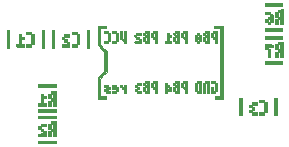
<source format=gbr>
G04 #@! TF.FileFunction,Legend,Bot*
%FSLAX46Y46*%
G04 Gerber Fmt 4.6, Leading zero omitted, Abs format (unit mm)*
G04 Created by KiCad (PCBNEW 4.0.7-e0-6372~58~ubuntu16.04.1) date Wed Aug  1 16:39:32 2018*
%MOMM*%
%LPD*%
G01*
G04 APERTURE LIST*
%ADD10C,0.100000*%
%ADD11C,0.010000*%
G04 APERTURE END LIST*
D10*
D11*
G36*
X78083833Y-67902666D02*
X76623333Y-67902666D01*
X76623333Y-67691000D01*
X78083833Y-67691000D01*
X78083833Y-67902666D01*
X78083833Y-67902666D01*
G37*
X78083833Y-67902666D02*
X76623333Y-67902666D01*
X76623333Y-67691000D01*
X78083833Y-67691000D01*
X78083833Y-67902666D01*
G36*
X76813833Y-66653833D02*
X77025500Y-66653833D01*
X77025500Y-66865500D01*
X77237166Y-66865500D01*
X77237166Y-67267666D01*
X76599847Y-67267666D01*
X76606298Y-67167125D01*
X76612750Y-67066583D01*
X77025500Y-67054467D01*
X77025500Y-66867819D01*
X76924958Y-66861368D01*
X76824416Y-66854916D01*
X76818010Y-66755489D01*
X76811604Y-66656061D01*
X76712177Y-66649655D01*
X76612750Y-66643250D01*
X76606298Y-66542708D01*
X76599847Y-66442166D01*
X76813833Y-66442166D01*
X76813833Y-66653833D01*
X76813833Y-66653833D01*
G37*
X76813833Y-66653833D02*
X77025500Y-66653833D01*
X77025500Y-66865500D01*
X77237166Y-66865500D01*
X77237166Y-67267666D01*
X76599847Y-67267666D01*
X76606298Y-67167125D01*
X76612750Y-67066583D01*
X77025500Y-67054467D01*
X77025500Y-66867819D01*
X76924958Y-66861368D01*
X76824416Y-66854916D01*
X76818010Y-66755489D01*
X76811604Y-66656061D01*
X76712177Y-66649655D01*
X76612750Y-66643250D01*
X76606298Y-66542708D01*
X76599847Y-66442166D01*
X76813833Y-66442166D01*
X76813833Y-66653833D01*
G36*
X77237166Y-66442166D02*
X76813833Y-66442166D01*
X76813833Y-66230500D01*
X77237166Y-66230500D01*
X77237166Y-66442166D01*
X77237166Y-66442166D01*
G37*
X77237166Y-66442166D02*
X76813833Y-66442166D01*
X76813833Y-66230500D01*
X77237166Y-66230500D01*
X77237166Y-66442166D01*
G36*
X77660500Y-66653833D02*
X77448833Y-66653833D01*
X77448833Y-66230500D01*
X77660500Y-66230500D01*
X77660500Y-66653833D01*
X77872166Y-66653833D01*
X77872166Y-66230500D01*
X77660500Y-66230500D01*
X77660500Y-66018833D01*
X78083833Y-66018833D01*
X78083833Y-67267666D01*
X77872166Y-67267666D01*
X77872166Y-66865500D01*
X77660500Y-66865500D01*
X77660500Y-66653833D01*
X77660500Y-66653833D01*
G37*
X77660500Y-66653833D02*
X77448833Y-66653833D01*
X77448833Y-66230500D01*
X77660500Y-66230500D01*
X77660500Y-66653833D01*
X77872166Y-66653833D01*
X77872166Y-66230500D01*
X77660500Y-66230500D01*
X77660500Y-66018833D01*
X78083833Y-66018833D01*
X78083833Y-67267666D01*
X77872166Y-67267666D01*
X77872166Y-66865500D01*
X77660500Y-66865500D01*
X77660500Y-66653833D01*
G36*
X77660500Y-67267666D02*
X77448833Y-67267666D01*
X77448833Y-66865500D01*
X77660500Y-66865500D01*
X77660500Y-67267666D01*
X77660500Y-67267666D01*
G37*
X77660500Y-67267666D02*
X77448833Y-67267666D01*
X77448833Y-66865500D01*
X77660500Y-66865500D01*
X77660500Y-67267666D01*
G36*
X78083833Y-65786000D02*
X76623333Y-65786000D01*
X76623333Y-65574333D01*
X78083833Y-65574333D01*
X78083833Y-65786000D01*
X78083833Y-65786000D01*
G37*
X78083833Y-65786000D02*
X76623333Y-65786000D01*
X76623333Y-65574333D01*
X78083833Y-65574333D01*
X78083833Y-65786000D01*
G36*
X93853000Y-65532000D02*
X93641333Y-65532000D01*
X93641333Y-64050333D01*
X93853000Y-64050333D01*
X93853000Y-65532000D01*
X93853000Y-65532000D01*
G37*
X93853000Y-65532000D02*
X93641333Y-65532000D01*
X93641333Y-64050333D01*
X93853000Y-64050333D01*
X93853000Y-65532000D01*
G36*
X96795166Y-65532000D02*
X96583500Y-65532000D01*
X96583500Y-64050333D01*
X96795166Y-64050333D01*
X96795166Y-65532000D01*
X96795166Y-65532000D01*
G37*
X96795166Y-65532000D02*
X96583500Y-65532000D01*
X96583500Y-64050333D01*
X96795166Y-64050333D01*
X96795166Y-65532000D01*
G36*
X94900750Y-65055750D02*
X94699666Y-65068652D01*
X94699666Y-65255300D01*
X95112416Y-65267416D01*
X95118868Y-65367958D01*
X95125319Y-65468500D01*
X94699666Y-65468500D01*
X94699666Y-65256833D01*
X94488000Y-65256833D01*
X94488000Y-65066333D01*
X94699666Y-65066333D01*
X94699666Y-64854666D01*
X94913652Y-64854666D01*
X94900750Y-65055750D01*
X94900750Y-65055750D01*
G37*
X94900750Y-65055750D02*
X94699666Y-65068652D01*
X94699666Y-65255300D01*
X95112416Y-65267416D01*
X95118868Y-65367958D01*
X95125319Y-65468500D01*
X94699666Y-65468500D01*
X94699666Y-65256833D01*
X94488000Y-65256833D01*
X94488000Y-65066333D01*
X94699666Y-65066333D01*
X94699666Y-64854666D01*
X94913652Y-64854666D01*
X94900750Y-65055750D01*
G36*
X94699666Y-64854666D02*
X94488000Y-64854666D01*
X94488000Y-64643000D01*
X94699666Y-64643000D01*
X94699666Y-64854666D01*
X94699666Y-64854666D01*
G37*
X94699666Y-64854666D02*
X94488000Y-64854666D01*
X94488000Y-64643000D01*
X94699666Y-64643000D01*
X94699666Y-64854666D01*
G36*
X95123000Y-64643000D02*
X94699666Y-64643000D01*
X94699666Y-64431333D01*
X95123000Y-64431333D01*
X95123000Y-64643000D01*
X95123000Y-64643000D01*
G37*
X95123000Y-64643000D02*
X94699666Y-64643000D01*
X94699666Y-64431333D01*
X95123000Y-64431333D01*
X95123000Y-64643000D01*
G36*
X95736833Y-65468500D02*
X95334666Y-65468500D01*
X95334666Y-65256833D01*
X95736833Y-65256833D01*
X95736833Y-65468500D01*
X95736833Y-65468500D01*
G37*
X95736833Y-65468500D02*
X95334666Y-65468500D01*
X95334666Y-65256833D01*
X95736833Y-65256833D01*
X95736833Y-65468500D01*
G36*
X95948500Y-65256833D02*
X95736833Y-65256833D01*
X95736833Y-64431333D01*
X95948500Y-64431333D01*
X95948500Y-65256833D01*
X95948500Y-65256833D01*
G37*
X95948500Y-65256833D02*
X95736833Y-65256833D01*
X95736833Y-64431333D01*
X95948500Y-64431333D01*
X95948500Y-65256833D01*
G36*
X95736833Y-64431333D02*
X95334666Y-64431333D01*
X95334666Y-64219666D01*
X95736833Y-64219666D01*
X95736833Y-64431333D01*
X95736833Y-64431333D01*
G37*
X95736833Y-64431333D02*
X95334666Y-64431333D01*
X95334666Y-64219666D01*
X95736833Y-64219666D01*
X95736833Y-64431333D01*
G36*
X78083833Y-65235666D02*
X76623333Y-65235666D01*
X76623333Y-65024000D01*
X78083833Y-65024000D01*
X78083833Y-65235666D01*
X78083833Y-65235666D01*
G37*
X78083833Y-65235666D02*
X76623333Y-65235666D01*
X76623333Y-65024000D01*
X78083833Y-65024000D01*
X78083833Y-65235666D01*
G36*
X77025500Y-63881000D02*
X77237166Y-63881000D01*
X77237166Y-64092666D01*
X77025500Y-64092666D01*
X77025500Y-64516000D01*
X77237166Y-64516000D01*
X77237166Y-64727666D01*
X76602166Y-64727666D01*
X76602166Y-64516000D01*
X76813833Y-64516000D01*
X76813833Y-63690500D01*
X77025500Y-63690500D01*
X77025500Y-63881000D01*
X77025500Y-63881000D01*
G37*
X77025500Y-63881000D02*
X77237166Y-63881000D01*
X77237166Y-64092666D01*
X77025500Y-64092666D01*
X77025500Y-64516000D01*
X77237166Y-64516000D01*
X77237166Y-64727666D01*
X76602166Y-64727666D01*
X76602166Y-64516000D01*
X76813833Y-64516000D01*
X76813833Y-63690500D01*
X77025500Y-63690500D01*
X77025500Y-63881000D01*
G36*
X77660500Y-64092666D02*
X77448833Y-64092666D01*
X77448833Y-63690500D01*
X77660500Y-63690500D01*
X77660500Y-64092666D01*
X77872166Y-64092666D01*
X77872166Y-63690500D01*
X77660500Y-63690500D01*
X77660500Y-63478833D01*
X78083833Y-63478833D01*
X78083833Y-64727666D01*
X77872166Y-64727666D01*
X77872166Y-64304333D01*
X77660500Y-64304333D01*
X77660500Y-64092666D01*
X77660500Y-64092666D01*
G37*
X77660500Y-64092666D02*
X77448833Y-64092666D01*
X77448833Y-63690500D01*
X77660500Y-63690500D01*
X77660500Y-64092666D01*
X77872166Y-64092666D01*
X77872166Y-63690500D01*
X77660500Y-63690500D01*
X77660500Y-63478833D01*
X78083833Y-63478833D01*
X78083833Y-64727666D01*
X77872166Y-64727666D01*
X77872166Y-64304333D01*
X77660500Y-64304333D01*
X77660500Y-64092666D01*
G36*
X77660500Y-64727666D02*
X77448833Y-64727666D01*
X77448833Y-64304333D01*
X77660500Y-64304333D01*
X77660500Y-64727666D01*
X77660500Y-64727666D01*
G37*
X77660500Y-64727666D02*
X77448833Y-64727666D01*
X77448833Y-64304333D01*
X77660500Y-64304333D01*
X77660500Y-64727666D01*
G36*
X82359500Y-58144833D02*
X81851500Y-58144833D01*
X81851500Y-59505504D01*
X82126666Y-59796625D01*
X82401833Y-60087746D01*
X82401833Y-61860194D01*
X82126666Y-62134750D01*
X81851500Y-62409305D01*
X81851500Y-63923333D01*
X82359500Y-63923333D01*
X82359500Y-64113833D01*
X81639833Y-64113833D01*
X81639833Y-62317842D01*
X82211333Y-61776882D01*
X82211333Y-60181477D01*
X81641467Y-59573583D01*
X81639833Y-57954333D01*
X82359500Y-57954333D01*
X82359500Y-58144833D01*
X82359500Y-58144833D01*
G37*
X82359500Y-58144833D02*
X81851500Y-58144833D01*
X81851500Y-59505504D01*
X82126666Y-59796625D01*
X82401833Y-60087746D01*
X82401833Y-61860194D01*
X82126666Y-62134750D01*
X81851500Y-62409305D01*
X81851500Y-63923333D01*
X82359500Y-63923333D01*
X82359500Y-64113833D01*
X81639833Y-64113833D01*
X81639833Y-62317842D01*
X82211333Y-61776882D01*
X82211333Y-60181477D01*
X81641467Y-59573583D01*
X81639833Y-57954333D01*
X82359500Y-57954333D01*
X82359500Y-58144833D01*
G36*
X92223166Y-64113833D02*
X91567000Y-64113833D01*
X91567000Y-63923333D01*
X92032817Y-63923333D01*
X92027450Y-61039375D01*
X92022083Y-58155416D01*
X91762791Y-58149473D01*
X91503500Y-58143530D01*
X91503500Y-57954333D01*
X92223166Y-57954333D01*
X92223166Y-64113833D01*
X92223166Y-64113833D01*
G37*
X92223166Y-64113833D02*
X91567000Y-64113833D01*
X91567000Y-63923333D01*
X92032817Y-63923333D01*
X92027450Y-61039375D01*
X92022083Y-58155416D01*
X91762791Y-58149473D01*
X91503500Y-58143530D01*
X91503500Y-57954333D01*
X92223166Y-57954333D01*
X92223166Y-64113833D01*
G36*
X82507666Y-63034333D02*
X82509703Y-63088526D01*
X82523960Y-63112607D01*
X82562659Y-63118796D01*
X82592333Y-63119000D01*
X82646526Y-63121036D01*
X82670607Y-63135294D01*
X82676796Y-63173992D01*
X82677000Y-63203666D01*
X82674963Y-63257860D01*
X82660705Y-63281941D01*
X82622007Y-63288129D01*
X82592333Y-63288333D01*
X82507666Y-63288333D01*
X82507666Y-63478833D01*
X82592333Y-63478833D01*
X82646526Y-63480870D01*
X82670607Y-63495127D01*
X82676796Y-63533825D01*
X82677000Y-63563500D01*
X82677000Y-63648166D01*
X82511194Y-63648166D01*
X82431108Y-63646478D01*
X82368240Y-63642005D01*
X82333893Y-63635633D01*
X82331277Y-63634055D01*
X82321519Y-63604945D01*
X82317180Y-63553727D01*
X82317166Y-63550666D01*
X82313499Y-63504904D01*
X82294152Y-63483860D01*
X82246608Y-63475575D01*
X82237791Y-63474819D01*
X82186934Y-63468014D01*
X82164358Y-63450198D01*
X82158589Y-63408182D01*
X82158416Y-63383583D01*
X82160850Y-63329134D01*
X82175800Y-63303816D01*
X82214743Y-63294439D01*
X82237791Y-63292347D01*
X82288921Y-63285438D01*
X82311419Y-63267323D01*
X82317023Y-63224697D01*
X82317166Y-63202388D01*
X82315075Y-63149013D01*
X82300655Y-63125295D01*
X82261685Y-63119200D01*
X82232500Y-63119000D01*
X82178306Y-63116963D01*
X82154225Y-63102705D01*
X82148036Y-63064007D01*
X82147833Y-63034333D01*
X82147833Y-62949666D01*
X82507666Y-62949666D01*
X82507666Y-63034333D01*
X82507666Y-63034333D01*
G37*
X82507666Y-63034333D02*
X82509703Y-63088526D01*
X82523960Y-63112607D01*
X82562659Y-63118796D01*
X82592333Y-63119000D01*
X82646526Y-63121036D01*
X82670607Y-63135294D01*
X82676796Y-63173992D01*
X82677000Y-63203666D01*
X82674963Y-63257860D01*
X82660705Y-63281941D01*
X82622007Y-63288129D01*
X82592333Y-63288333D01*
X82507666Y-63288333D01*
X82507666Y-63478833D01*
X82592333Y-63478833D01*
X82646526Y-63480870D01*
X82670607Y-63495127D01*
X82676796Y-63533825D01*
X82677000Y-63563500D01*
X82677000Y-63648166D01*
X82511194Y-63648166D01*
X82431108Y-63646478D01*
X82368240Y-63642005D01*
X82333893Y-63635633D01*
X82331277Y-63634055D01*
X82321519Y-63604945D01*
X82317180Y-63553727D01*
X82317166Y-63550666D01*
X82313499Y-63504904D01*
X82294152Y-63483860D01*
X82246608Y-63475575D01*
X82237791Y-63474819D01*
X82186934Y-63468014D01*
X82164358Y-63450198D01*
X82158589Y-63408182D01*
X82158416Y-63383583D01*
X82160850Y-63329134D01*
X82175800Y-63303816D01*
X82214743Y-63294439D01*
X82237791Y-63292347D01*
X82288921Y-63285438D01*
X82311419Y-63267323D01*
X82317023Y-63224697D01*
X82317166Y-63202388D01*
X82315075Y-63149013D01*
X82300655Y-63125295D01*
X82261685Y-63119200D01*
X82232500Y-63119000D01*
X82178306Y-63116963D01*
X82154225Y-63102705D01*
X82148036Y-63064007D01*
X82147833Y-63034333D01*
X82147833Y-62949666D01*
X82507666Y-62949666D01*
X82507666Y-63034333D01*
G36*
X83185000Y-63034333D02*
X83187036Y-63088526D01*
X83201294Y-63112607D01*
X83239992Y-63118796D01*
X83269666Y-63119000D01*
X83354333Y-63119000D01*
X83354333Y-63478833D01*
X83269666Y-63478833D01*
X83215473Y-63480870D01*
X83191392Y-63495127D01*
X83185203Y-63533825D01*
X83185000Y-63563500D01*
X83185000Y-63648166D01*
X82846333Y-63648166D01*
X82846333Y-63478833D01*
X83185000Y-63478833D01*
X83185000Y-63288333D01*
X82846333Y-63288333D01*
X82846333Y-62949666D01*
X83185000Y-62949666D01*
X83185000Y-63034333D01*
X83185000Y-63034333D01*
G37*
X83185000Y-63034333D02*
X83187036Y-63088526D01*
X83201294Y-63112607D01*
X83239992Y-63118796D01*
X83269666Y-63119000D01*
X83354333Y-63119000D01*
X83354333Y-63478833D01*
X83269666Y-63478833D01*
X83215473Y-63480870D01*
X83191392Y-63495127D01*
X83185203Y-63533825D01*
X83185000Y-63563500D01*
X83185000Y-63648166D01*
X82846333Y-63648166D01*
X82846333Y-63478833D01*
X83185000Y-63478833D01*
X83185000Y-63288333D01*
X82846333Y-63288333D01*
X82846333Y-62949666D01*
X83185000Y-62949666D01*
X83185000Y-63034333D01*
G36*
X84052833Y-63648166D02*
X83885212Y-63648166D01*
X83872916Y-63298916D01*
X83793541Y-63292347D01*
X83742411Y-63285438D01*
X83719914Y-63267323D01*
X83714309Y-63224697D01*
X83714166Y-63202388D01*
X83714166Y-63119000D01*
X83521111Y-63119000D01*
X83527680Y-63039625D01*
X83534485Y-62988767D01*
X83552301Y-62966192D01*
X83594317Y-62960422D01*
X83618916Y-62960250D01*
X83673365Y-62962683D01*
X83698683Y-62977634D01*
X83708060Y-63016576D01*
X83710152Y-63039625D01*
X83717061Y-63090755D01*
X83735176Y-63113252D01*
X83777802Y-63118856D01*
X83800111Y-63119000D01*
X83853486Y-63116908D01*
X83877204Y-63102488D01*
X83883299Y-63063519D01*
X83883500Y-63034333D01*
X83885536Y-62980139D01*
X83899794Y-62956058D01*
X83938492Y-62949870D01*
X83968166Y-62949666D01*
X84052833Y-62949666D01*
X84052833Y-63648166D01*
X84052833Y-63648166D01*
G37*
X84052833Y-63648166D02*
X83885212Y-63648166D01*
X83872916Y-63298916D01*
X83793541Y-63292347D01*
X83742411Y-63285438D01*
X83719914Y-63267323D01*
X83714309Y-63224697D01*
X83714166Y-63202388D01*
X83714166Y-63119000D01*
X83521111Y-63119000D01*
X83527680Y-63039625D01*
X83534485Y-62988767D01*
X83552301Y-62966192D01*
X83594317Y-62960422D01*
X83618916Y-62960250D01*
X83673365Y-62962683D01*
X83698683Y-62977634D01*
X83708060Y-63016576D01*
X83710152Y-63039625D01*
X83717061Y-63090755D01*
X83735176Y-63113252D01*
X83777802Y-63118856D01*
X83800111Y-63119000D01*
X83853486Y-63116908D01*
X83877204Y-63102488D01*
X83883299Y-63063519D01*
X83883500Y-63034333D01*
X83885536Y-62980139D01*
X83899794Y-62956058D01*
X83938492Y-62949870D01*
X83968166Y-62949666D01*
X84052833Y-62949666D01*
X84052833Y-63648166D01*
G36*
X85301666Y-62949666D02*
X84963000Y-62949666D01*
X84963000Y-63034333D01*
X84965036Y-63088526D01*
X84979294Y-63112607D01*
X85017992Y-63118796D01*
X85047666Y-63119000D01*
X85101860Y-63121036D01*
X85125941Y-63135294D01*
X85132129Y-63173992D01*
X85132333Y-63203666D01*
X85130296Y-63257860D01*
X85116039Y-63281941D01*
X85077340Y-63288129D01*
X85047666Y-63288333D01*
X84963000Y-63288333D01*
X84963000Y-63478833D01*
X85301666Y-63478833D01*
X85301666Y-63648166D01*
X84963000Y-63648166D01*
X84963000Y-63563500D01*
X84960963Y-63509306D01*
X84946705Y-63485225D01*
X84908007Y-63479036D01*
X84878333Y-63478833D01*
X84793666Y-63478833D01*
X84793666Y-63288333D01*
X84878333Y-63288333D01*
X84932526Y-63286296D01*
X84956607Y-63272039D01*
X84962796Y-63233340D01*
X84963000Y-63203666D01*
X84960963Y-63149473D01*
X84946705Y-63125392D01*
X84908007Y-63119203D01*
X84878333Y-63119000D01*
X84824139Y-63116963D01*
X84800058Y-63102705D01*
X84793870Y-63064007D01*
X84793666Y-63034333D01*
X84795703Y-62980139D01*
X84809960Y-62956058D01*
X84848659Y-62949870D01*
X84878333Y-62949666D01*
X84932526Y-62947629D01*
X84956607Y-62933372D01*
X84962796Y-62894674D01*
X84963000Y-62865000D01*
X84963000Y-62780333D01*
X85301666Y-62780333D01*
X85301666Y-62949666D01*
X85301666Y-62949666D01*
G37*
X85301666Y-62949666D02*
X84963000Y-62949666D01*
X84963000Y-63034333D01*
X84965036Y-63088526D01*
X84979294Y-63112607D01*
X85017992Y-63118796D01*
X85047666Y-63119000D01*
X85101860Y-63121036D01*
X85125941Y-63135294D01*
X85132129Y-63173992D01*
X85132333Y-63203666D01*
X85130296Y-63257860D01*
X85116039Y-63281941D01*
X85077340Y-63288129D01*
X85047666Y-63288333D01*
X84963000Y-63288333D01*
X84963000Y-63478833D01*
X85301666Y-63478833D01*
X85301666Y-63648166D01*
X84963000Y-63648166D01*
X84963000Y-63563500D01*
X84960963Y-63509306D01*
X84946705Y-63485225D01*
X84908007Y-63479036D01*
X84878333Y-63478833D01*
X84793666Y-63478833D01*
X84793666Y-63288333D01*
X84878333Y-63288333D01*
X84932526Y-63286296D01*
X84956607Y-63272039D01*
X84962796Y-63233340D01*
X84963000Y-63203666D01*
X84960963Y-63149473D01*
X84946705Y-63125392D01*
X84908007Y-63119203D01*
X84878333Y-63119000D01*
X84824139Y-63116963D01*
X84800058Y-63102705D01*
X84793870Y-63064007D01*
X84793666Y-63034333D01*
X84795703Y-62980139D01*
X84809960Y-62956058D01*
X84848659Y-62949870D01*
X84878333Y-62949666D01*
X84932526Y-62947629D01*
X84956607Y-62933372D01*
X84962796Y-62894674D01*
X84963000Y-62865000D01*
X84963000Y-62780333D01*
X85301666Y-62780333D01*
X85301666Y-62949666D01*
G36*
X86000166Y-63648166D02*
X85661500Y-63648166D01*
X85661500Y-63563500D01*
X85659463Y-63509306D01*
X85645205Y-63485225D01*
X85606507Y-63479036D01*
X85576833Y-63478833D01*
X85492166Y-63478833D01*
X85492166Y-63119000D01*
X85576833Y-63119000D01*
X85661500Y-63119000D01*
X85661500Y-63481388D01*
X85820250Y-63468250D01*
X85826397Y-63293625D01*
X85832545Y-63119000D01*
X85661500Y-63119000D01*
X85576833Y-63119000D01*
X85631026Y-63116963D01*
X85655107Y-63102705D01*
X85661296Y-63064007D01*
X85661500Y-63034333D01*
X85659463Y-62980139D01*
X85645205Y-62956058D01*
X85606507Y-62949870D01*
X85576833Y-62949666D01*
X85522639Y-62947629D01*
X85498558Y-62933372D01*
X85492370Y-62894674D01*
X85492166Y-62865000D01*
X85661500Y-62865000D01*
X85663536Y-62919193D01*
X85677794Y-62943274D01*
X85716492Y-62949463D01*
X85746166Y-62949666D01*
X85800360Y-62947629D01*
X85824441Y-62933372D01*
X85830629Y-62894674D01*
X85830833Y-62865000D01*
X85828796Y-62810806D01*
X85814539Y-62786725D01*
X85775840Y-62780536D01*
X85746166Y-62780333D01*
X85691973Y-62782370D01*
X85667892Y-62796627D01*
X85661703Y-62835325D01*
X85661500Y-62865000D01*
X85492166Y-62865000D01*
X85494203Y-62810806D01*
X85508460Y-62786725D01*
X85547159Y-62780536D01*
X85576833Y-62780333D01*
X85631026Y-62778296D01*
X85655107Y-62764039D01*
X85661296Y-62725340D01*
X85661500Y-62695666D01*
X85661500Y-62611000D01*
X86000166Y-62611000D01*
X86000166Y-63648166D01*
X86000166Y-63648166D01*
G37*
X86000166Y-63648166D02*
X85661500Y-63648166D01*
X85661500Y-63563500D01*
X85659463Y-63509306D01*
X85645205Y-63485225D01*
X85606507Y-63479036D01*
X85576833Y-63478833D01*
X85492166Y-63478833D01*
X85492166Y-63119000D01*
X85576833Y-63119000D01*
X85661500Y-63119000D01*
X85661500Y-63481388D01*
X85820250Y-63468250D01*
X85826397Y-63293625D01*
X85832545Y-63119000D01*
X85661500Y-63119000D01*
X85576833Y-63119000D01*
X85631026Y-63116963D01*
X85655107Y-63102705D01*
X85661296Y-63064007D01*
X85661500Y-63034333D01*
X85659463Y-62980139D01*
X85645205Y-62956058D01*
X85606507Y-62949870D01*
X85576833Y-62949666D01*
X85522639Y-62947629D01*
X85498558Y-62933372D01*
X85492370Y-62894674D01*
X85492166Y-62865000D01*
X85661500Y-62865000D01*
X85663536Y-62919193D01*
X85677794Y-62943274D01*
X85716492Y-62949463D01*
X85746166Y-62949666D01*
X85800360Y-62947629D01*
X85824441Y-62933372D01*
X85830629Y-62894674D01*
X85830833Y-62865000D01*
X85828796Y-62810806D01*
X85814539Y-62786725D01*
X85775840Y-62780536D01*
X85746166Y-62780333D01*
X85691973Y-62782370D01*
X85667892Y-62796627D01*
X85661703Y-62835325D01*
X85661500Y-62865000D01*
X85492166Y-62865000D01*
X85494203Y-62810806D01*
X85508460Y-62786725D01*
X85547159Y-62780536D01*
X85576833Y-62780333D01*
X85631026Y-62778296D01*
X85655107Y-62764039D01*
X85661296Y-62725340D01*
X85661500Y-62695666D01*
X85661500Y-62611000D01*
X86000166Y-62611000D01*
X86000166Y-63648166D01*
G36*
X86677500Y-63648166D02*
X86606944Y-63648166D01*
X86554643Y-63644294D01*
X86523233Y-63634888D01*
X86522277Y-63634055D01*
X86515605Y-63607548D01*
X86510635Y-63550019D01*
X86508254Y-63472770D01*
X86508166Y-63454138D01*
X86508166Y-63288333D01*
X86423500Y-63288333D01*
X86369306Y-63286296D01*
X86345225Y-63272039D01*
X86339036Y-63233340D01*
X86338833Y-63203666D01*
X86336796Y-63149473D01*
X86322539Y-63125392D01*
X86283840Y-63119203D01*
X86254166Y-63119000D01*
X86169500Y-63119000D01*
X86169500Y-62780333D01*
X86254166Y-62780333D01*
X86338833Y-62780333D01*
X86338833Y-63119000D01*
X86508166Y-63119000D01*
X86508166Y-62780333D01*
X86338833Y-62780333D01*
X86254166Y-62780333D01*
X86308360Y-62778296D01*
X86332441Y-62764039D01*
X86338629Y-62725340D01*
X86338833Y-62695666D01*
X86338833Y-62611000D01*
X86677500Y-62611000D01*
X86677500Y-63648166D01*
X86677500Y-63648166D01*
G37*
X86677500Y-63648166D02*
X86606944Y-63648166D01*
X86554643Y-63644294D01*
X86523233Y-63634888D01*
X86522277Y-63634055D01*
X86515605Y-63607548D01*
X86510635Y-63550019D01*
X86508254Y-63472770D01*
X86508166Y-63454138D01*
X86508166Y-63288333D01*
X86423500Y-63288333D01*
X86369306Y-63286296D01*
X86345225Y-63272039D01*
X86339036Y-63233340D01*
X86338833Y-63203666D01*
X86336796Y-63149473D01*
X86322539Y-63125392D01*
X86283840Y-63119203D01*
X86254166Y-63119000D01*
X86169500Y-63119000D01*
X86169500Y-62780333D01*
X86254166Y-62780333D01*
X86338833Y-62780333D01*
X86338833Y-63119000D01*
X86508166Y-63119000D01*
X86508166Y-62780333D01*
X86338833Y-62780333D01*
X86254166Y-62780333D01*
X86308360Y-62778296D01*
X86332441Y-62764039D01*
X86338629Y-62725340D01*
X86338833Y-62695666D01*
X86338833Y-62611000D01*
X86677500Y-62611000D01*
X86677500Y-63648166D01*
G36*
X87493693Y-62782370D02*
X87517774Y-62796627D01*
X87523963Y-62835325D01*
X87524166Y-62865000D01*
X87526203Y-62919193D01*
X87540460Y-62943274D01*
X87579159Y-62949463D01*
X87608833Y-62949666D01*
X87663026Y-62951703D01*
X87687107Y-62965960D01*
X87693296Y-63004659D01*
X87693500Y-63034333D01*
X87695536Y-63088526D01*
X87709794Y-63112607D01*
X87748492Y-63118796D01*
X87778166Y-63119000D01*
X87862833Y-63119000D01*
X87862833Y-63478833D01*
X87524166Y-63478833D01*
X87524166Y-63563500D01*
X87522129Y-63617693D01*
X87507872Y-63641774D01*
X87469174Y-63647963D01*
X87439500Y-63648166D01*
X87354833Y-63648166D01*
X87354833Y-63203666D01*
X87524166Y-63203666D01*
X87526203Y-63257860D01*
X87540460Y-63281941D01*
X87579159Y-63288129D01*
X87608833Y-63288333D01*
X87663026Y-63286296D01*
X87687107Y-63272039D01*
X87693296Y-63233340D01*
X87693500Y-63203666D01*
X87691463Y-63149473D01*
X87677205Y-63125392D01*
X87638507Y-63119203D01*
X87608833Y-63119000D01*
X87554639Y-63121036D01*
X87530558Y-63135294D01*
X87524370Y-63173992D01*
X87524166Y-63203666D01*
X87354833Y-63203666D01*
X87354833Y-62780333D01*
X87439500Y-62780333D01*
X87493693Y-62782370D01*
X87493693Y-62782370D01*
G37*
X87493693Y-62782370D02*
X87517774Y-62796627D01*
X87523963Y-62835325D01*
X87524166Y-62865000D01*
X87526203Y-62919193D01*
X87540460Y-62943274D01*
X87579159Y-62949463D01*
X87608833Y-62949666D01*
X87663026Y-62951703D01*
X87687107Y-62965960D01*
X87693296Y-63004659D01*
X87693500Y-63034333D01*
X87695536Y-63088526D01*
X87709794Y-63112607D01*
X87748492Y-63118796D01*
X87778166Y-63119000D01*
X87862833Y-63119000D01*
X87862833Y-63478833D01*
X87524166Y-63478833D01*
X87524166Y-63563500D01*
X87522129Y-63617693D01*
X87507872Y-63641774D01*
X87469174Y-63647963D01*
X87439500Y-63648166D01*
X87354833Y-63648166D01*
X87354833Y-63203666D01*
X87524166Y-63203666D01*
X87526203Y-63257860D01*
X87540460Y-63281941D01*
X87579159Y-63288129D01*
X87608833Y-63288333D01*
X87663026Y-63286296D01*
X87687107Y-63272039D01*
X87693296Y-63233340D01*
X87693500Y-63203666D01*
X87691463Y-63149473D01*
X87677205Y-63125392D01*
X87638507Y-63119203D01*
X87608833Y-63119000D01*
X87554639Y-63121036D01*
X87530558Y-63135294D01*
X87524370Y-63173992D01*
X87524166Y-63203666D01*
X87354833Y-63203666D01*
X87354833Y-62780333D01*
X87439500Y-62780333D01*
X87493693Y-62782370D01*
G36*
X88556417Y-63124291D02*
X88550750Y-63637583D01*
X88376125Y-63643731D01*
X88201500Y-63649878D01*
X88201500Y-63478833D01*
X88032166Y-63478833D01*
X88032166Y-63119000D01*
X88116833Y-63119000D01*
X88201500Y-63119000D01*
X88201500Y-63478833D01*
X88370833Y-63478833D01*
X88370833Y-63119000D01*
X88201500Y-63119000D01*
X88116833Y-63119000D01*
X88171026Y-63116963D01*
X88195107Y-63102705D01*
X88201296Y-63064007D01*
X88201500Y-63034333D01*
X88199463Y-62980139D01*
X88185205Y-62956058D01*
X88146507Y-62949870D01*
X88116833Y-62949666D01*
X88062639Y-62947629D01*
X88038558Y-62933372D01*
X88032370Y-62894674D01*
X88032166Y-62865000D01*
X88201500Y-62865000D01*
X88203536Y-62919193D01*
X88217794Y-62943274D01*
X88256492Y-62949463D01*
X88286166Y-62949666D01*
X88340360Y-62947629D01*
X88364441Y-62933372D01*
X88370629Y-62894674D01*
X88370833Y-62865000D01*
X88368796Y-62810806D01*
X88354539Y-62786725D01*
X88315840Y-62780536D01*
X88286166Y-62780333D01*
X88231973Y-62782370D01*
X88207892Y-62796627D01*
X88201703Y-62835325D01*
X88201500Y-62865000D01*
X88032166Y-62865000D01*
X88034203Y-62810806D01*
X88048460Y-62786725D01*
X88087159Y-62780536D01*
X88116833Y-62780333D01*
X88171026Y-62778296D01*
X88195107Y-62764039D01*
X88201296Y-62725340D01*
X88201500Y-62695666D01*
X88201500Y-62611000D01*
X88562085Y-62611000D01*
X88556417Y-63124291D01*
X88556417Y-63124291D01*
G37*
X88556417Y-63124291D02*
X88550750Y-63637583D01*
X88376125Y-63643731D01*
X88201500Y-63649878D01*
X88201500Y-63478833D01*
X88032166Y-63478833D01*
X88032166Y-63119000D01*
X88116833Y-63119000D01*
X88201500Y-63119000D01*
X88201500Y-63478833D01*
X88370833Y-63478833D01*
X88370833Y-63119000D01*
X88201500Y-63119000D01*
X88116833Y-63119000D01*
X88171026Y-63116963D01*
X88195107Y-63102705D01*
X88201296Y-63064007D01*
X88201500Y-63034333D01*
X88199463Y-62980139D01*
X88185205Y-62956058D01*
X88146507Y-62949870D01*
X88116833Y-62949666D01*
X88062639Y-62947629D01*
X88038558Y-62933372D01*
X88032370Y-62894674D01*
X88032166Y-62865000D01*
X88201500Y-62865000D01*
X88203536Y-62919193D01*
X88217794Y-62943274D01*
X88256492Y-62949463D01*
X88286166Y-62949666D01*
X88340360Y-62947629D01*
X88364441Y-62933372D01*
X88370629Y-62894674D01*
X88370833Y-62865000D01*
X88368796Y-62810806D01*
X88354539Y-62786725D01*
X88315840Y-62780536D01*
X88286166Y-62780333D01*
X88231973Y-62782370D01*
X88207892Y-62796627D01*
X88201703Y-62835325D01*
X88201500Y-62865000D01*
X88032166Y-62865000D01*
X88034203Y-62810806D01*
X88048460Y-62786725D01*
X88087159Y-62780536D01*
X88116833Y-62780333D01*
X88171026Y-62778296D01*
X88195107Y-62764039D01*
X88201296Y-62725340D01*
X88201500Y-62695666D01*
X88201500Y-62611000D01*
X88562085Y-62611000D01*
X88556417Y-63124291D01*
G36*
X89238666Y-63648166D02*
X89069333Y-63648166D01*
X89069333Y-63288333D01*
X88984666Y-63288333D01*
X88930473Y-63286296D01*
X88906392Y-63272039D01*
X88900203Y-63233340D01*
X88900000Y-63203666D01*
X88897963Y-63149473D01*
X88883705Y-63125392D01*
X88845007Y-63119203D01*
X88815333Y-63119000D01*
X88730666Y-63119000D01*
X88730666Y-62780333D01*
X88815333Y-62780333D01*
X88900000Y-62780333D01*
X88900000Y-63119000D01*
X89069333Y-63119000D01*
X89069333Y-62780333D01*
X88900000Y-62780333D01*
X88815333Y-62780333D01*
X88869526Y-62778296D01*
X88893607Y-62764039D01*
X88899796Y-62725340D01*
X88900000Y-62695666D01*
X88900000Y-62611000D01*
X89238666Y-62611000D01*
X89238666Y-63648166D01*
X89238666Y-63648166D01*
G37*
X89238666Y-63648166D02*
X89069333Y-63648166D01*
X89069333Y-63288333D01*
X88984666Y-63288333D01*
X88930473Y-63286296D01*
X88906392Y-63272039D01*
X88900203Y-63233340D01*
X88900000Y-63203666D01*
X88897963Y-63149473D01*
X88883705Y-63125392D01*
X88845007Y-63119203D01*
X88815333Y-63119000D01*
X88730666Y-63119000D01*
X88730666Y-62780333D01*
X88815333Y-62780333D01*
X88900000Y-62780333D01*
X88900000Y-63119000D01*
X89069333Y-63119000D01*
X89069333Y-62780333D01*
X88900000Y-62780333D01*
X88815333Y-62780333D01*
X88869526Y-62778296D01*
X88893607Y-62764039D01*
X88899796Y-62725340D01*
X88900000Y-62695666D01*
X88900000Y-62611000D01*
X89238666Y-62611000D01*
X89238666Y-63648166D01*
G36*
X90376751Y-63124291D02*
X90371083Y-63637583D01*
X90211381Y-63643687D01*
X90132734Y-63644771D01*
X90071254Y-63642043D01*
X90038551Y-63636088D01*
X90036756Y-63634867D01*
X90026426Y-63605139D01*
X90021846Y-63553583D01*
X90021833Y-63550666D01*
X90018166Y-63504904D01*
X89998819Y-63483860D01*
X89951275Y-63475575D01*
X89942458Y-63474819D01*
X89863083Y-63468250D01*
X89857267Y-63124291D01*
X89851451Y-62780333D01*
X90021833Y-62780333D01*
X90021833Y-63478833D01*
X90191166Y-63478833D01*
X90191166Y-62780333D01*
X90021833Y-62780333D01*
X90021833Y-62611000D01*
X90382419Y-62611000D01*
X90376751Y-63124291D01*
X90376751Y-63124291D01*
G37*
X90376751Y-63124291D02*
X90371083Y-63637583D01*
X90211381Y-63643687D01*
X90132734Y-63644771D01*
X90071254Y-63642043D01*
X90038551Y-63636088D01*
X90036756Y-63634867D01*
X90026426Y-63605139D01*
X90021846Y-63553583D01*
X90021833Y-63550666D01*
X90018166Y-63504904D01*
X89998819Y-63483860D01*
X89951275Y-63475575D01*
X89942458Y-63474819D01*
X89863083Y-63468250D01*
X89857267Y-63124291D01*
X89851451Y-62780333D01*
X90021833Y-62780333D01*
X90021833Y-63478833D01*
X90191166Y-63478833D01*
X90191166Y-62780333D01*
X90021833Y-62780333D01*
X90021833Y-62611000D01*
X90382419Y-62611000D01*
X90376751Y-63124291D01*
G36*
X91059000Y-63648166D02*
X90889666Y-63648166D01*
X90889666Y-62780333D01*
X90720333Y-62780333D01*
X90720333Y-63648166D01*
X90551000Y-63648166D01*
X90551000Y-62780333D01*
X90635666Y-62780333D01*
X90689860Y-62778296D01*
X90713941Y-62764039D01*
X90720129Y-62725340D01*
X90720333Y-62695666D01*
X90720333Y-62611000D01*
X91059000Y-62611000D01*
X91059000Y-63648166D01*
X91059000Y-63648166D01*
G37*
X91059000Y-63648166D02*
X90889666Y-63648166D01*
X90889666Y-62780333D01*
X90720333Y-62780333D01*
X90720333Y-63648166D01*
X90551000Y-63648166D01*
X90551000Y-62780333D01*
X90635666Y-62780333D01*
X90689860Y-62778296D01*
X90713941Y-62764039D01*
X90720129Y-62725340D01*
X90720333Y-62695666D01*
X90720333Y-62611000D01*
X91059000Y-62611000D01*
X91059000Y-63648166D01*
G36*
X91752732Y-63124291D02*
X91746916Y-63468250D01*
X91668747Y-63474747D01*
X91616813Y-63482626D01*
X91593410Y-63503690D01*
X91584740Y-63551739D01*
X91584080Y-63559414D01*
X91577583Y-63637583D01*
X91402299Y-63643741D01*
X91227016Y-63649900D01*
X91232966Y-63389741D01*
X91238916Y-63129583D01*
X91317415Y-63123066D01*
X91395915Y-63116548D01*
X91402082Y-63292399D01*
X91408250Y-63468250D01*
X91498208Y-63474758D01*
X91588166Y-63481267D01*
X91588166Y-62780333D01*
X91758548Y-62780333D01*
X91752732Y-63124291D01*
X91752732Y-63124291D01*
G37*
X91752732Y-63124291D02*
X91746916Y-63468250D01*
X91668747Y-63474747D01*
X91616813Y-63482626D01*
X91593410Y-63503690D01*
X91584740Y-63551739D01*
X91584080Y-63559414D01*
X91577583Y-63637583D01*
X91402299Y-63643741D01*
X91227016Y-63649900D01*
X91232966Y-63389741D01*
X91238916Y-63129583D01*
X91317415Y-63123066D01*
X91395915Y-63116548D01*
X91402082Y-63292399D01*
X91408250Y-63468250D01*
X91498208Y-63474758D01*
X91588166Y-63481267D01*
X91588166Y-62780333D01*
X91758548Y-62780333D01*
X91752732Y-63124291D01*
G36*
X91588166Y-62780333D02*
X91228333Y-62780333D01*
X91228333Y-62611000D01*
X91588166Y-62611000D01*
X91588166Y-62780333D01*
X91588166Y-62780333D01*
G37*
X91588166Y-62780333D02*
X91228333Y-62780333D01*
X91228333Y-62611000D01*
X91588166Y-62611000D01*
X91588166Y-62780333D01*
G36*
X78083833Y-63119000D02*
X76623333Y-63119000D01*
X76623333Y-62907333D01*
X78083833Y-62907333D01*
X78083833Y-63119000D01*
X78083833Y-63119000D01*
G37*
X78083833Y-63119000D02*
X76623333Y-63119000D01*
X76623333Y-62907333D01*
X78083833Y-62907333D01*
X78083833Y-63119000D01*
G36*
X97282000Y-61150500D02*
X95800333Y-61150500D01*
X95800333Y-60938833D01*
X97282000Y-60938833D01*
X97282000Y-61150500D01*
X97282000Y-61150500D01*
G37*
X97282000Y-61150500D02*
X95800333Y-61150500D01*
X95800333Y-60938833D01*
X97282000Y-60938833D01*
X97282000Y-61150500D01*
G36*
X96266000Y-60579000D02*
X96054333Y-60579000D01*
X96054333Y-59944000D01*
X96266000Y-59944000D01*
X96266000Y-60579000D01*
X96266000Y-60579000D01*
G37*
X96266000Y-60579000D02*
X96054333Y-60579000D01*
X96054333Y-59944000D01*
X96266000Y-59944000D01*
X96266000Y-60579000D01*
G36*
X96154875Y-59525392D02*
X96467083Y-59531250D01*
X96473534Y-59631791D01*
X96479986Y-59732333D01*
X96054333Y-59732333D01*
X96054333Y-59944000D01*
X95842666Y-59944000D01*
X95842666Y-59519534D01*
X96154875Y-59525392D01*
X96154875Y-59525392D01*
G37*
X96154875Y-59525392D02*
X96467083Y-59531250D01*
X96473534Y-59631791D01*
X96479986Y-59732333D01*
X96054333Y-59732333D01*
X96054333Y-59944000D01*
X95842666Y-59944000D01*
X95842666Y-59519534D01*
X96154875Y-59525392D01*
G36*
X96879833Y-59944000D02*
X96689333Y-59944000D01*
X96689333Y-59520666D01*
X96879833Y-59520666D01*
X96879833Y-59944000D01*
X97091500Y-59944000D01*
X97091500Y-59520666D01*
X96879833Y-59520666D01*
X96879833Y-59330166D01*
X97303166Y-59330166D01*
X97303166Y-60579000D01*
X97091500Y-60579000D01*
X97091500Y-60155666D01*
X96879833Y-60155666D01*
X96879833Y-59944000D01*
X96879833Y-59944000D01*
G37*
X96879833Y-59944000D02*
X96689333Y-59944000D01*
X96689333Y-59520666D01*
X96879833Y-59520666D01*
X96879833Y-59944000D01*
X97091500Y-59944000D01*
X97091500Y-59520666D01*
X96879833Y-59520666D01*
X96879833Y-59330166D01*
X97303166Y-59330166D01*
X97303166Y-60579000D01*
X97091500Y-60579000D01*
X97091500Y-60155666D01*
X96879833Y-60155666D01*
X96879833Y-59944000D01*
G36*
X96879833Y-60579000D02*
X96689333Y-60579000D01*
X96689333Y-60155666D01*
X96879833Y-60155666D01*
X96879833Y-60579000D01*
X96879833Y-60579000D01*
G37*
X96879833Y-60579000D02*
X96689333Y-60579000D01*
X96689333Y-60155666D01*
X96879833Y-60155666D01*
X96879833Y-60579000D01*
G36*
X74168000Y-59795833D02*
X73955784Y-59795833D01*
X73961350Y-59060291D01*
X73966916Y-58324750D01*
X74067458Y-58318298D01*
X74168000Y-58311847D01*
X74168000Y-59795833D01*
X74168000Y-59795833D01*
G37*
X74168000Y-59795833D02*
X73955784Y-59795833D01*
X73961350Y-59060291D01*
X73966916Y-58324750D01*
X74067458Y-58318298D01*
X74168000Y-58311847D01*
X74168000Y-59795833D01*
G36*
X77110166Y-59795833D02*
X76898500Y-59795833D01*
X76898500Y-58314166D01*
X77110166Y-58314166D01*
X77110166Y-59795833D01*
X77110166Y-59795833D01*
G37*
X77110166Y-59795833D02*
X76898500Y-59795833D01*
X76898500Y-58314166D01*
X77110166Y-58314166D01*
X77110166Y-59795833D01*
G36*
X77956833Y-59795833D02*
X77766333Y-59795833D01*
X77766333Y-58314166D01*
X77956833Y-58314166D01*
X77956833Y-59795833D01*
X77956833Y-59795833D01*
G37*
X77956833Y-59795833D02*
X77766333Y-59795833D01*
X77766333Y-58314166D01*
X77956833Y-58314166D01*
X77956833Y-59795833D01*
G36*
X80899000Y-59795833D02*
X80803085Y-59795833D01*
X80737956Y-59790149D01*
X80700872Y-59774900D01*
X80696960Y-59769224D01*
X80694686Y-59742360D01*
X80692917Y-59678309D01*
X80691686Y-59582215D01*
X80691024Y-59459223D01*
X80690965Y-59314477D01*
X80691540Y-59153122D01*
X80692333Y-59033682D01*
X80697916Y-58324750D01*
X80798458Y-58318298D01*
X80899000Y-58311847D01*
X80899000Y-59795833D01*
X80899000Y-59795833D01*
G37*
X80899000Y-59795833D02*
X80803085Y-59795833D01*
X80737956Y-59790149D01*
X80700872Y-59774900D01*
X80696960Y-59769224D01*
X80694686Y-59742360D01*
X80692917Y-59678309D01*
X80691686Y-59582215D01*
X80691024Y-59459223D01*
X80690965Y-59314477D01*
X80691540Y-59153122D01*
X80692333Y-59033682D01*
X80697916Y-58324750D01*
X80798458Y-58318298D01*
X80899000Y-58311847D01*
X80899000Y-59795833D01*
G36*
X75184000Y-58864500D02*
X75395666Y-58864500D01*
X75395666Y-59076166D01*
X75184000Y-59076166D01*
X75184000Y-59499500D01*
X75395666Y-59499500D01*
X75395666Y-59711166D01*
X75092277Y-59711166D01*
X74982971Y-59710230D01*
X74889137Y-59707659D01*
X74818729Y-59703805D01*
X74779704Y-59699022D01*
X74774777Y-59697055D01*
X74766101Y-59668865D01*
X74761127Y-59614901D01*
X74760666Y-59591222D01*
X74760666Y-59499500D01*
X74972333Y-59499500D01*
X74972333Y-58652833D01*
X75184000Y-58652833D01*
X75184000Y-58864500D01*
X75184000Y-58864500D01*
G37*
X75184000Y-58864500D02*
X75395666Y-58864500D01*
X75395666Y-59076166D01*
X75184000Y-59076166D01*
X75184000Y-59499500D01*
X75395666Y-59499500D01*
X75395666Y-59711166D01*
X75092277Y-59711166D01*
X74982971Y-59710230D01*
X74889137Y-59707659D01*
X74818729Y-59703805D01*
X74779704Y-59699022D01*
X74774777Y-59697055D01*
X74766101Y-59668865D01*
X74761127Y-59614901D01*
X74760666Y-59591222D01*
X74760666Y-59499500D01*
X74972333Y-59499500D01*
X74972333Y-58652833D01*
X75184000Y-58652833D01*
X75184000Y-58864500D01*
G36*
X75813708Y-58445691D02*
X76020083Y-58451750D01*
X76032895Y-58650604D01*
X76132322Y-58657010D01*
X76231750Y-58663416D01*
X76231750Y-59488916D01*
X76132322Y-59495322D01*
X76032895Y-59501728D01*
X76026489Y-59601155D01*
X76020083Y-59700583D01*
X75607333Y-59712699D01*
X75607333Y-59499500D01*
X76030666Y-59499500D01*
X76030666Y-58652833D01*
X75607333Y-58652833D01*
X75607333Y-58439633D01*
X75813708Y-58445691D01*
X75813708Y-58445691D01*
G37*
X75813708Y-58445691D02*
X76020083Y-58451750D01*
X76032895Y-58650604D01*
X76132322Y-58657010D01*
X76231750Y-58663416D01*
X76231750Y-59488916D01*
X76132322Y-59495322D01*
X76032895Y-59501728D01*
X76026489Y-59601155D01*
X76020083Y-59700583D01*
X75607333Y-59712699D01*
X75607333Y-59499500D01*
X76030666Y-59499500D01*
X76030666Y-58652833D01*
X75607333Y-58652833D01*
X75607333Y-58439633D01*
X75813708Y-58445691D01*
G36*
X79237416Y-59700583D02*
X78925208Y-59706440D01*
X78613000Y-59712298D01*
X78613000Y-59499500D01*
X79036333Y-59499500D01*
X79036333Y-59287833D01*
X79249532Y-59287833D01*
X79237416Y-59700583D01*
X79237416Y-59700583D01*
G37*
X79237416Y-59700583D02*
X78925208Y-59706440D01*
X78613000Y-59712298D01*
X78613000Y-59499500D01*
X79036333Y-59499500D01*
X79036333Y-59287833D01*
X79249532Y-59287833D01*
X79237416Y-59700583D01*
G36*
X79036333Y-59287833D02*
X78824666Y-59287833D01*
X78824666Y-59076166D01*
X79036333Y-59076166D01*
X79036333Y-59287833D01*
X79036333Y-59287833D01*
G37*
X79036333Y-59287833D02*
X78824666Y-59287833D01*
X78824666Y-59076166D01*
X79036333Y-59076166D01*
X79036333Y-59287833D01*
G36*
X78824666Y-59076166D02*
X78613000Y-59076166D01*
X78613000Y-58864500D01*
X78824666Y-58864500D01*
X78824666Y-59076166D01*
X78824666Y-59076166D01*
G37*
X78824666Y-59076166D02*
X78613000Y-59076166D01*
X78613000Y-58864500D01*
X78824666Y-58864500D01*
X78824666Y-59076166D01*
G36*
X79248000Y-58864500D02*
X78824666Y-58864500D01*
X78824666Y-58652833D01*
X79248000Y-58652833D01*
X79248000Y-58864500D01*
X79248000Y-58864500D01*
G37*
X79248000Y-58864500D02*
X78824666Y-58864500D01*
X78824666Y-58652833D01*
X79248000Y-58652833D01*
X79248000Y-58864500D01*
G36*
X79861833Y-59711166D02*
X79459666Y-59711166D01*
X79459666Y-59499500D01*
X79861833Y-59499500D01*
X79861833Y-59711166D01*
X79861833Y-59711166D01*
G37*
X79861833Y-59711166D02*
X79459666Y-59711166D01*
X79459666Y-59499500D01*
X79861833Y-59499500D01*
X79861833Y-59711166D01*
G36*
X80073500Y-59499500D02*
X79861833Y-59499500D01*
X79861833Y-58652833D01*
X80073500Y-58652833D01*
X80073500Y-59499500D01*
X80073500Y-59499500D01*
G37*
X80073500Y-59499500D02*
X79861833Y-59499500D01*
X79861833Y-58652833D01*
X80073500Y-58652833D01*
X80073500Y-59499500D01*
G36*
X79861833Y-58652833D02*
X79459666Y-58652833D01*
X79459666Y-58441166D01*
X79861833Y-58441166D01*
X79861833Y-58652833D01*
X79861833Y-58652833D01*
G37*
X79861833Y-58652833D02*
X79459666Y-58652833D01*
X79459666Y-58441166D01*
X79861833Y-58441166D01*
X79861833Y-58652833D01*
G36*
X82507666Y-58441166D02*
X82509703Y-58495360D01*
X82523960Y-58519441D01*
X82562659Y-58525629D01*
X82592333Y-58525833D01*
X82677000Y-58525833D01*
X82677000Y-59203166D01*
X82593550Y-59203166D01*
X82541131Y-59205239D01*
X82516064Y-59219334D01*
X82506532Y-59257265D01*
X82503592Y-59293125D01*
X82497083Y-59383083D01*
X82332721Y-59389271D01*
X82244907Y-59390754D01*
X82191211Y-59386367D01*
X82163686Y-59374997D01*
X82156517Y-59364600D01*
X82149985Y-59321301D01*
X82151546Y-59273746D01*
X82156361Y-59244307D01*
X82168415Y-59226182D01*
X82196544Y-59216150D01*
X82249586Y-59210991D01*
X82333041Y-59207602D01*
X82507666Y-59201454D01*
X82507666Y-58525833D01*
X82147833Y-58525833D01*
X82147833Y-58356500D01*
X82507666Y-58356500D01*
X82507666Y-58441166D01*
X82507666Y-58441166D01*
G37*
X82507666Y-58441166D02*
X82509703Y-58495360D01*
X82523960Y-58519441D01*
X82562659Y-58525629D01*
X82592333Y-58525833D01*
X82677000Y-58525833D01*
X82677000Y-59203166D01*
X82593550Y-59203166D01*
X82541131Y-59205239D01*
X82516064Y-59219334D01*
X82506532Y-59257265D01*
X82503592Y-59293125D01*
X82497083Y-59383083D01*
X82332721Y-59389271D01*
X82244907Y-59390754D01*
X82191211Y-59386367D01*
X82163686Y-59374997D01*
X82156517Y-59364600D01*
X82149985Y-59321301D01*
X82151546Y-59273746D01*
X82156361Y-59244307D01*
X82168415Y-59226182D01*
X82196544Y-59216150D01*
X82249586Y-59210991D01*
X82333041Y-59207602D01*
X82507666Y-59201454D01*
X82507666Y-58525833D01*
X82147833Y-58525833D01*
X82147833Y-58356500D01*
X82507666Y-58356500D01*
X82507666Y-58441166D01*
G36*
X83185000Y-59393666D02*
X82846333Y-59393666D01*
X82846333Y-59203166D01*
X83185000Y-59203166D01*
X83185000Y-59393666D01*
X83185000Y-59393666D01*
G37*
X83185000Y-59393666D02*
X82846333Y-59393666D01*
X82846333Y-59203166D01*
X83185000Y-59203166D01*
X83185000Y-59393666D01*
G36*
X83185000Y-58441166D02*
X83187036Y-58495360D01*
X83201294Y-58519441D01*
X83239992Y-58525629D01*
X83269666Y-58525833D01*
X83354333Y-58525833D01*
X83354333Y-59203166D01*
X83185000Y-59203166D01*
X83185000Y-58525833D01*
X82846333Y-58525833D01*
X82846333Y-58356500D01*
X83185000Y-58356500D01*
X83185000Y-58441166D01*
X83185000Y-58441166D01*
G37*
X83185000Y-58441166D02*
X83187036Y-58495360D01*
X83201294Y-58519441D01*
X83239992Y-58525629D01*
X83269666Y-58525833D01*
X83354333Y-58525833D01*
X83354333Y-59203166D01*
X83185000Y-59203166D01*
X83185000Y-58525833D01*
X82846333Y-58525833D01*
X82846333Y-58356500D01*
X83185000Y-58356500D01*
X83185000Y-58441166D01*
G36*
X84047917Y-58869791D02*
X84042250Y-59383083D01*
X83964150Y-59389576D01*
X83915323Y-59391663D01*
X83891773Y-59379833D01*
X83882604Y-59343192D01*
X83879484Y-59304910D01*
X83873146Y-59247799D01*
X83857703Y-59220346D01*
X83822048Y-59209922D01*
X83793541Y-59207180D01*
X83742411Y-59200272D01*
X83719914Y-59182157D01*
X83714309Y-59139530D01*
X83714166Y-59117222D01*
X83714166Y-59033833D01*
X83883500Y-59033833D01*
X83883500Y-58356500D01*
X84053585Y-58356500D01*
X84047917Y-58869791D01*
X84047917Y-58869791D01*
G37*
X84047917Y-58869791D02*
X84042250Y-59383083D01*
X83964150Y-59389576D01*
X83915323Y-59391663D01*
X83891773Y-59379833D01*
X83882604Y-59343192D01*
X83879484Y-59304910D01*
X83873146Y-59247799D01*
X83857703Y-59220346D01*
X83822048Y-59209922D01*
X83793541Y-59207180D01*
X83742411Y-59200272D01*
X83719914Y-59182157D01*
X83714309Y-59139530D01*
X83714166Y-59117222D01*
X83714166Y-59033833D01*
X83883500Y-59033833D01*
X83883500Y-58356500D01*
X84053585Y-58356500D01*
X84047917Y-58869791D01*
G36*
X83714166Y-59033833D02*
X83523666Y-59033833D01*
X83523666Y-58356500D01*
X83714166Y-58356500D01*
X83714166Y-59033833D01*
X83714166Y-59033833D01*
G37*
X83714166Y-59033833D02*
X83523666Y-59033833D01*
X83523666Y-58356500D01*
X83714166Y-58356500D01*
X83714166Y-59033833D01*
G36*
X85280500Y-58695166D02*
X84920666Y-58695166D01*
X84920666Y-58778616D01*
X84922739Y-58831034D01*
X84936834Y-58856102D01*
X84974765Y-58865633D01*
X85010625Y-58868574D01*
X85067263Y-58874985D01*
X85094338Y-58890818D01*
X85104578Y-58927398D01*
X85107152Y-58954458D01*
X85113991Y-59005405D01*
X85131904Y-59027955D01*
X85174120Y-59033670D01*
X85197967Y-59033833D01*
X85282212Y-59033833D01*
X85269916Y-59383083D01*
X85020803Y-59389050D01*
X84910622Y-59390743D01*
X84835993Y-59389162D01*
X84790215Y-59383675D01*
X84766589Y-59373647D01*
X84759932Y-59364379D01*
X84753465Y-59321268D01*
X84755046Y-59273746D01*
X84759861Y-59244307D01*
X84771915Y-59226182D01*
X84800044Y-59216150D01*
X84853086Y-59210991D01*
X84936541Y-59207602D01*
X85111166Y-59201454D01*
X85111166Y-59033833D01*
X84920666Y-59033833D01*
X84920666Y-58949166D01*
X84918629Y-58894973D01*
X84904372Y-58870892D01*
X84865674Y-58864703D01*
X84836000Y-58864500D01*
X84781806Y-58862463D01*
X84757725Y-58848205D01*
X84751536Y-58809507D01*
X84751333Y-58779833D01*
X84753370Y-58725639D01*
X84767627Y-58701558D01*
X84806325Y-58695370D01*
X84836000Y-58695166D01*
X84890193Y-58693129D01*
X84914274Y-58678872D01*
X84920463Y-58640174D01*
X84920666Y-58610500D01*
X84920666Y-58525833D01*
X85280500Y-58525833D01*
X85280500Y-58695166D01*
X85280500Y-58695166D01*
G37*
X85280500Y-58695166D02*
X84920666Y-58695166D01*
X84920666Y-58778616D01*
X84922739Y-58831034D01*
X84936834Y-58856102D01*
X84974765Y-58865633D01*
X85010625Y-58868574D01*
X85067263Y-58874985D01*
X85094338Y-58890818D01*
X85104578Y-58927398D01*
X85107152Y-58954458D01*
X85113991Y-59005405D01*
X85131904Y-59027955D01*
X85174120Y-59033670D01*
X85197967Y-59033833D01*
X85282212Y-59033833D01*
X85269916Y-59383083D01*
X85020803Y-59389050D01*
X84910622Y-59390743D01*
X84835993Y-59389162D01*
X84790215Y-59383675D01*
X84766589Y-59373647D01*
X84759932Y-59364379D01*
X84753465Y-59321268D01*
X84755046Y-59273746D01*
X84759861Y-59244307D01*
X84771915Y-59226182D01*
X84800044Y-59216150D01*
X84853086Y-59210991D01*
X84936541Y-59207602D01*
X85111166Y-59201454D01*
X85111166Y-59033833D01*
X84920666Y-59033833D01*
X84920666Y-58949166D01*
X84918629Y-58894973D01*
X84904372Y-58870892D01*
X84865674Y-58864703D01*
X84836000Y-58864500D01*
X84781806Y-58862463D01*
X84757725Y-58848205D01*
X84751536Y-58809507D01*
X84751333Y-58779833D01*
X84753370Y-58725639D01*
X84767627Y-58701558D01*
X84806325Y-58695370D01*
X84836000Y-58695166D01*
X84890193Y-58693129D01*
X84914274Y-58678872D01*
X84920463Y-58640174D01*
X84920666Y-58610500D01*
X84920666Y-58525833D01*
X85280500Y-58525833D01*
X85280500Y-58695166D01*
G36*
X85957833Y-59393666D02*
X85619166Y-59393666D01*
X85619166Y-59203166D01*
X85449833Y-59203166D01*
X85449833Y-58864500D01*
X85534500Y-58864500D01*
X85619166Y-58864500D01*
X85619166Y-59203166D01*
X85788500Y-59203166D01*
X85788500Y-58864500D01*
X85619166Y-58864500D01*
X85534500Y-58864500D01*
X85588693Y-58862463D01*
X85612774Y-58848205D01*
X85618963Y-58809507D01*
X85619166Y-58779833D01*
X85617129Y-58725639D01*
X85602872Y-58701558D01*
X85564174Y-58695370D01*
X85534500Y-58695166D01*
X85480306Y-58693129D01*
X85456225Y-58678872D01*
X85450036Y-58640174D01*
X85449833Y-58610500D01*
X85619166Y-58610500D01*
X85621203Y-58664693D01*
X85635460Y-58688774D01*
X85674159Y-58694963D01*
X85703833Y-58695166D01*
X85758026Y-58693129D01*
X85782107Y-58678872D01*
X85788296Y-58640174D01*
X85788500Y-58610500D01*
X85786463Y-58556306D01*
X85772205Y-58532225D01*
X85733507Y-58526036D01*
X85703833Y-58525833D01*
X85649639Y-58527870D01*
X85625558Y-58542127D01*
X85619370Y-58580825D01*
X85619166Y-58610500D01*
X85449833Y-58610500D01*
X85451870Y-58556306D01*
X85466127Y-58532225D01*
X85504825Y-58526036D01*
X85534500Y-58525833D01*
X85588693Y-58523796D01*
X85612774Y-58509539D01*
X85618963Y-58470840D01*
X85619166Y-58441166D01*
X85619166Y-58356500D01*
X85957833Y-58356500D01*
X85957833Y-59393666D01*
X85957833Y-59393666D01*
G37*
X85957833Y-59393666D02*
X85619166Y-59393666D01*
X85619166Y-59203166D01*
X85449833Y-59203166D01*
X85449833Y-58864500D01*
X85534500Y-58864500D01*
X85619166Y-58864500D01*
X85619166Y-59203166D01*
X85788500Y-59203166D01*
X85788500Y-58864500D01*
X85619166Y-58864500D01*
X85534500Y-58864500D01*
X85588693Y-58862463D01*
X85612774Y-58848205D01*
X85618963Y-58809507D01*
X85619166Y-58779833D01*
X85617129Y-58725639D01*
X85602872Y-58701558D01*
X85564174Y-58695370D01*
X85534500Y-58695166D01*
X85480306Y-58693129D01*
X85456225Y-58678872D01*
X85450036Y-58640174D01*
X85449833Y-58610500D01*
X85619166Y-58610500D01*
X85621203Y-58664693D01*
X85635460Y-58688774D01*
X85674159Y-58694963D01*
X85703833Y-58695166D01*
X85758026Y-58693129D01*
X85782107Y-58678872D01*
X85788296Y-58640174D01*
X85788500Y-58610500D01*
X85786463Y-58556306D01*
X85772205Y-58532225D01*
X85733507Y-58526036D01*
X85703833Y-58525833D01*
X85649639Y-58527870D01*
X85625558Y-58542127D01*
X85619370Y-58580825D01*
X85619166Y-58610500D01*
X85449833Y-58610500D01*
X85451870Y-58556306D01*
X85466127Y-58532225D01*
X85504825Y-58526036D01*
X85534500Y-58525833D01*
X85588693Y-58523796D01*
X85612774Y-58509539D01*
X85618963Y-58470840D01*
X85619166Y-58441166D01*
X85619166Y-58356500D01*
X85957833Y-58356500D01*
X85957833Y-59393666D01*
G36*
X86651417Y-58869791D02*
X86645750Y-59383083D01*
X86567250Y-59389600D01*
X86488751Y-59396117D01*
X86482584Y-59220267D01*
X86476416Y-59044416D01*
X86397041Y-59037847D01*
X86345911Y-59030938D01*
X86323414Y-59012823D01*
X86317809Y-58970197D01*
X86317666Y-58947888D01*
X86317666Y-58864500D01*
X86127166Y-58864500D01*
X86127166Y-58525833D01*
X86317666Y-58525833D01*
X86317666Y-58864500D01*
X86487000Y-58864500D01*
X86487000Y-58525833D01*
X86317666Y-58525833D01*
X86317666Y-58356500D01*
X86657085Y-58356500D01*
X86651417Y-58869791D01*
X86651417Y-58869791D01*
G37*
X86651417Y-58869791D02*
X86645750Y-59383083D01*
X86567250Y-59389600D01*
X86488751Y-59396117D01*
X86482584Y-59220267D01*
X86476416Y-59044416D01*
X86397041Y-59037847D01*
X86345911Y-59030938D01*
X86323414Y-59012823D01*
X86317809Y-58970197D01*
X86317666Y-58947888D01*
X86317666Y-58864500D01*
X86127166Y-58864500D01*
X86127166Y-58525833D01*
X86317666Y-58525833D01*
X86317666Y-58864500D01*
X86487000Y-58864500D01*
X86487000Y-58525833D01*
X86317666Y-58525833D01*
X86317666Y-58356500D01*
X86657085Y-58356500D01*
X86651417Y-58869791D01*
G36*
X87663026Y-58527870D02*
X87687107Y-58542127D01*
X87693296Y-58580825D01*
X87693500Y-58610500D01*
X87695536Y-58664693D01*
X87709794Y-58688774D01*
X87748492Y-58694963D01*
X87778166Y-58695166D01*
X87832360Y-58697203D01*
X87856441Y-58711460D01*
X87862629Y-58750159D01*
X87862833Y-58779833D01*
X87860796Y-58834026D01*
X87846539Y-58858107D01*
X87807840Y-58864296D01*
X87778166Y-58864500D01*
X87693500Y-58864500D01*
X87693500Y-59203166D01*
X87862833Y-59203166D01*
X87862833Y-59393666D01*
X87354833Y-59393666D01*
X87354833Y-59203166D01*
X87524166Y-59203166D01*
X87524166Y-58525833D01*
X87608833Y-58525833D01*
X87663026Y-58527870D01*
X87663026Y-58527870D01*
G37*
X87663026Y-58527870D02*
X87687107Y-58542127D01*
X87693296Y-58580825D01*
X87693500Y-58610500D01*
X87695536Y-58664693D01*
X87709794Y-58688774D01*
X87748492Y-58694963D01*
X87778166Y-58695166D01*
X87832360Y-58697203D01*
X87856441Y-58711460D01*
X87862629Y-58750159D01*
X87862833Y-58779833D01*
X87860796Y-58834026D01*
X87846539Y-58858107D01*
X87807840Y-58864296D01*
X87778166Y-58864500D01*
X87693500Y-58864500D01*
X87693500Y-59203166D01*
X87862833Y-59203166D01*
X87862833Y-59393666D01*
X87354833Y-59393666D01*
X87354833Y-59203166D01*
X87524166Y-59203166D01*
X87524166Y-58525833D01*
X87608833Y-58525833D01*
X87663026Y-58527870D01*
G36*
X88556417Y-58869791D02*
X88550750Y-59383083D01*
X88391048Y-59389187D01*
X88312401Y-59390271D01*
X88250921Y-59387543D01*
X88218217Y-59381588D01*
X88216423Y-59380367D01*
X88206748Y-59351209D01*
X88201706Y-59297973D01*
X88201500Y-59284305D01*
X88199307Y-59232368D01*
X88184585Y-59209290D01*
X88145113Y-59203360D01*
X88116833Y-59203166D01*
X88032166Y-59203166D01*
X88032166Y-58864500D01*
X88116833Y-58864500D01*
X88201500Y-58864500D01*
X88201500Y-59203166D01*
X88370833Y-59203166D01*
X88370833Y-58864500D01*
X88201500Y-58864500D01*
X88116833Y-58864500D01*
X88171026Y-58862463D01*
X88195107Y-58848205D01*
X88201296Y-58809507D01*
X88201500Y-58779833D01*
X88199463Y-58725639D01*
X88185205Y-58701558D01*
X88146507Y-58695370D01*
X88116833Y-58695166D01*
X88062639Y-58693129D01*
X88038558Y-58678872D01*
X88032370Y-58640174D01*
X88032166Y-58610500D01*
X88201500Y-58610500D01*
X88203536Y-58664693D01*
X88217794Y-58688774D01*
X88256492Y-58694963D01*
X88286166Y-58695166D01*
X88340360Y-58693129D01*
X88364441Y-58678872D01*
X88370629Y-58640174D01*
X88370833Y-58610500D01*
X88368796Y-58556306D01*
X88354539Y-58532225D01*
X88315840Y-58526036D01*
X88286166Y-58525833D01*
X88231973Y-58527870D01*
X88207892Y-58542127D01*
X88201703Y-58580825D01*
X88201500Y-58610500D01*
X88032166Y-58610500D01*
X88034203Y-58556306D01*
X88048460Y-58532225D01*
X88087159Y-58526036D01*
X88116833Y-58525833D01*
X88171026Y-58523796D01*
X88195107Y-58509539D01*
X88201296Y-58470840D01*
X88201500Y-58441166D01*
X88201500Y-58356500D01*
X88562085Y-58356500D01*
X88556417Y-58869791D01*
X88556417Y-58869791D01*
G37*
X88556417Y-58869791D02*
X88550750Y-59383083D01*
X88391048Y-59389187D01*
X88312401Y-59390271D01*
X88250921Y-59387543D01*
X88218217Y-59381588D01*
X88216423Y-59380367D01*
X88206748Y-59351209D01*
X88201706Y-59297973D01*
X88201500Y-59284305D01*
X88199307Y-59232368D01*
X88184585Y-59209290D01*
X88145113Y-59203360D01*
X88116833Y-59203166D01*
X88032166Y-59203166D01*
X88032166Y-58864500D01*
X88116833Y-58864500D01*
X88201500Y-58864500D01*
X88201500Y-59203166D01*
X88370833Y-59203166D01*
X88370833Y-58864500D01*
X88201500Y-58864500D01*
X88116833Y-58864500D01*
X88171026Y-58862463D01*
X88195107Y-58848205D01*
X88201296Y-58809507D01*
X88201500Y-58779833D01*
X88199463Y-58725639D01*
X88185205Y-58701558D01*
X88146507Y-58695370D01*
X88116833Y-58695166D01*
X88062639Y-58693129D01*
X88038558Y-58678872D01*
X88032370Y-58640174D01*
X88032166Y-58610500D01*
X88201500Y-58610500D01*
X88203536Y-58664693D01*
X88217794Y-58688774D01*
X88256492Y-58694963D01*
X88286166Y-58695166D01*
X88340360Y-58693129D01*
X88364441Y-58678872D01*
X88370629Y-58640174D01*
X88370833Y-58610500D01*
X88368796Y-58556306D01*
X88354539Y-58532225D01*
X88315840Y-58526036D01*
X88286166Y-58525833D01*
X88231973Y-58527870D01*
X88207892Y-58542127D01*
X88201703Y-58580825D01*
X88201500Y-58610500D01*
X88032166Y-58610500D01*
X88034203Y-58556306D01*
X88048460Y-58532225D01*
X88087159Y-58526036D01*
X88116833Y-58525833D01*
X88171026Y-58523796D01*
X88195107Y-58509539D01*
X88201296Y-58470840D01*
X88201500Y-58441166D01*
X88201500Y-58356500D01*
X88562085Y-58356500D01*
X88556417Y-58869791D01*
G36*
X89238666Y-59393666D02*
X89069333Y-59393666D01*
X89069333Y-59033833D01*
X88984666Y-59033833D01*
X88930473Y-59031796D01*
X88906392Y-59017539D01*
X88900203Y-58978840D01*
X88900000Y-58949166D01*
X88897963Y-58894973D01*
X88883705Y-58870892D01*
X88845007Y-58864703D01*
X88815333Y-58864500D01*
X88730666Y-58864500D01*
X88730666Y-58525833D01*
X88815333Y-58525833D01*
X88900000Y-58525833D01*
X88900000Y-58864500D01*
X89069333Y-58864500D01*
X89069333Y-58525833D01*
X88900000Y-58525833D01*
X88815333Y-58525833D01*
X88869526Y-58523796D01*
X88893607Y-58509539D01*
X88899796Y-58470840D01*
X88900000Y-58441166D01*
X88900000Y-58356500D01*
X89238666Y-58356500D01*
X89238666Y-59393666D01*
X89238666Y-59393666D01*
G37*
X89238666Y-59393666D02*
X89069333Y-59393666D01*
X89069333Y-59033833D01*
X88984666Y-59033833D01*
X88930473Y-59031796D01*
X88906392Y-59017539D01*
X88900203Y-58978840D01*
X88900000Y-58949166D01*
X88897963Y-58894973D01*
X88883705Y-58870892D01*
X88845007Y-58864703D01*
X88815333Y-58864500D01*
X88730666Y-58864500D01*
X88730666Y-58525833D01*
X88815333Y-58525833D01*
X88900000Y-58525833D01*
X88900000Y-58864500D01*
X89069333Y-58864500D01*
X89069333Y-58525833D01*
X88900000Y-58525833D01*
X88815333Y-58525833D01*
X88869526Y-58523796D01*
X88893607Y-58509539D01*
X88899796Y-58470840D01*
X88900000Y-58441166D01*
X88900000Y-58356500D01*
X89238666Y-58356500D01*
X89238666Y-59393666D01*
G36*
X90160693Y-58527870D02*
X90184774Y-58542127D01*
X90190963Y-58580825D01*
X90191166Y-58610500D01*
X90191166Y-58695166D01*
X90381666Y-58695166D01*
X90381666Y-59203166D01*
X90191166Y-59203166D01*
X90191166Y-59298416D01*
X90189505Y-59356948D01*
X90178834Y-59384666D01*
X90150623Y-59393086D01*
X90120611Y-59393666D01*
X90068310Y-59389794D01*
X90036900Y-59380388D01*
X90035944Y-59379555D01*
X90026804Y-59350972D01*
X90022032Y-59298093D01*
X90021833Y-59284305D01*
X90019641Y-59232368D01*
X90004918Y-59209290D01*
X89965446Y-59203360D01*
X89937166Y-59203166D01*
X90019277Y-59203166D01*
X90191166Y-59203166D01*
X90191166Y-59031277D01*
X90111791Y-59037847D01*
X90059387Y-59045564D01*
X90035615Y-59066043D01*
X90026783Y-59112976D01*
X90025847Y-59123791D01*
X90019277Y-59203166D01*
X89937166Y-59203166D01*
X89852500Y-59203166D01*
X89852500Y-58779833D01*
X90021833Y-58779833D01*
X90023870Y-58834026D01*
X90038127Y-58858107D01*
X90076825Y-58864296D01*
X90106500Y-58864500D01*
X90160693Y-58862463D01*
X90184774Y-58848205D01*
X90190963Y-58809507D01*
X90191166Y-58779833D01*
X90189129Y-58725639D01*
X90174872Y-58701558D01*
X90136174Y-58695370D01*
X90106500Y-58695166D01*
X90052306Y-58697203D01*
X90028225Y-58711460D01*
X90022036Y-58750159D01*
X90021833Y-58779833D01*
X89852500Y-58779833D01*
X89852500Y-58695166D01*
X89937166Y-58695166D01*
X89991360Y-58693129D01*
X90015441Y-58678872D01*
X90021629Y-58640174D01*
X90021833Y-58610500D01*
X90023870Y-58556306D01*
X90038127Y-58532225D01*
X90076825Y-58526036D01*
X90106500Y-58525833D01*
X90160693Y-58527870D01*
X90160693Y-58527870D01*
G37*
X90160693Y-58527870D02*
X90184774Y-58542127D01*
X90190963Y-58580825D01*
X90191166Y-58610500D01*
X90191166Y-58695166D01*
X90381666Y-58695166D01*
X90381666Y-59203166D01*
X90191166Y-59203166D01*
X90191166Y-59298416D01*
X90189505Y-59356948D01*
X90178834Y-59384666D01*
X90150623Y-59393086D01*
X90120611Y-59393666D01*
X90068310Y-59389794D01*
X90036900Y-59380388D01*
X90035944Y-59379555D01*
X90026804Y-59350972D01*
X90022032Y-59298093D01*
X90021833Y-59284305D01*
X90019641Y-59232368D01*
X90004918Y-59209290D01*
X89965446Y-59203360D01*
X89937166Y-59203166D01*
X90019277Y-59203166D01*
X90191166Y-59203166D01*
X90191166Y-59031277D01*
X90111791Y-59037847D01*
X90059387Y-59045564D01*
X90035615Y-59066043D01*
X90026783Y-59112976D01*
X90025847Y-59123791D01*
X90019277Y-59203166D01*
X89937166Y-59203166D01*
X89852500Y-59203166D01*
X89852500Y-58779833D01*
X90021833Y-58779833D01*
X90023870Y-58834026D01*
X90038127Y-58858107D01*
X90076825Y-58864296D01*
X90106500Y-58864500D01*
X90160693Y-58862463D01*
X90184774Y-58848205D01*
X90190963Y-58809507D01*
X90191166Y-58779833D01*
X90189129Y-58725639D01*
X90174872Y-58701558D01*
X90136174Y-58695370D01*
X90106500Y-58695166D01*
X90052306Y-58697203D01*
X90028225Y-58711460D01*
X90022036Y-58750159D01*
X90021833Y-58779833D01*
X89852500Y-58779833D01*
X89852500Y-58695166D01*
X89937166Y-58695166D01*
X89991360Y-58693129D01*
X90015441Y-58678872D01*
X90021629Y-58640174D01*
X90021833Y-58610500D01*
X90023870Y-58556306D01*
X90038127Y-58532225D01*
X90076825Y-58526036D01*
X90106500Y-58525833D01*
X90160693Y-58527870D01*
G36*
X91059000Y-59393666D02*
X90720333Y-59393666D01*
X90720333Y-59203166D01*
X90551000Y-59203166D01*
X90551000Y-58864500D01*
X90635666Y-58864500D01*
X90720333Y-58864500D01*
X90720333Y-59203166D01*
X90889666Y-59203166D01*
X90889666Y-58864500D01*
X90720333Y-58864500D01*
X90635666Y-58864500D01*
X90689860Y-58862463D01*
X90713941Y-58848205D01*
X90720129Y-58809507D01*
X90720333Y-58779833D01*
X90718296Y-58725639D01*
X90704039Y-58701558D01*
X90665340Y-58695370D01*
X90635666Y-58695166D01*
X90581473Y-58693129D01*
X90557392Y-58678872D01*
X90551203Y-58640174D01*
X90551000Y-58610500D01*
X90720333Y-58610500D01*
X90722370Y-58664693D01*
X90736627Y-58688774D01*
X90775325Y-58694963D01*
X90805000Y-58695166D01*
X90859193Y-58693129D01*
X90883274Y-58678872D01*
X90889463Y-58640174D01*
X90889666Y-58610500D01*
X90887629Y-58556306D01*
X90873372Y-58532225D01*
X90834674Y-58526036D01*
X90805000Y-58525833D01*
X90750806Y-58527870D01*
X90726725Y-58542127D01*
X90720536Y-58580825D01*
X90720333Y-58610500D01*
X90551000Y-58610500D01*
X90553036Y-58556306D01*
X90567294Y-58532225D01*
X90605992Y-58526036D01*
X90635666Y-58525833D01*
X90689860Y-58523796D01*
X90713941Y-58509539D01*
X90720129Y-58470840D01*
X90720333Y-58441166D01*
X90720333Y-58356500D01*
X91059000Y-58356500D01*
X91059000Y-59393666D01*
X91059000Y-59393666D01*
G37*
X91059000Y-59393666D02*
X90720333Y-59393666D01*
X90720333Y-59203166D01*
X90551000Y-59203166D01*
X90551000Y-58864500D01*
X90635666Y-58864500D01*
X90720333Y-58864500D01*
X90720333Y-59203166D01*
X90889666Y-59203166D01*
X90889666Y-58864500D01*
X90720333Y-58864500D01*
X90635666Y-58864500D01*
X90689860Y-58862463D01*
X90713941Y-58848205D01*
X90720129Y-58809507D01*
X90720333Y-58779833D01*
X90718296Y-58725639D01*
X90704039Y-58701558D01*
X90665340Y-58695370D01*
X90635666Y-58695166D01*
X90581473Y-58693129D01*
X90557392Y-58678872D01*
X90551203Y-58640174D01*
X90551000Y-58610500D01*
X90720333Y-58610500D01*
X90722370Y-58664693D01*
X90736627Y-58688774D01*
X90775325Y-58694963D01*
X90805000Y-58695166D01*
X90859193Y-58693129D01*
X90883274Y-58678872D01*
X90889463Y-58640174D01*
X90889666Y-58610500D01*
X90887629Y-58556306D01*
X90873372Y-58532225D01*
X90834674Y-58526036D01*
X90805000Y-58525833D01*
X90750806Y-58527870D01*
X90726725Y-58542127D01*
X90720536Y-58580825D01*
X90720333Y-58610500D01*
X90551000Y-58610500D01*
X90553036Y-58556306D01*
X90567294Y-58532225D01*
X90605992Y-58526036D01*
X90635666Y-58525833D01*
X90689860Y-58523796D01*
X90713941Y-58509539D01*
X90720129Y-58470840D01*
X90720333Y-58441166D01*
X90720333Y-58356500D01*
X91059000Y-58356500D01*
X91059000Y-59393666D01*
G36*
X91752584Y-58869791D02*
X91746916Y-59383083D01*
X91589918Y-59396117D01*
X91583750Y-59220267D01*
X91577583Y-59044416D01*
X91487625Y-59037907D01*
X91431279Y-59031908D01*
X91405356Y-59016957D01*
X91398039Y-58981241D01*
X91397666Y-58947949D01*
X91395578Y-58894534D01*
X91381165Y-58870800D01*
X91342209Y-58864700D01*
X91313000Y-58864500D01*
X91228333Y-58864500D01*
X91228333Y-58525833D01*
X91313000Y-58525833D01*
X91397666Y-58525833D01*
X91397666Y-58864500D01*
X91588166Y-58864500D01*
X91588166Y-58525833D01*
X91397666Y-58525833D01*
X91313000Y-58525833D01*
X91367193Y-58523796D01*
X91391274Y-58509539D01*
X91397463Y-58470840D01*
X91397666Y-58441166D01*
X91397666Y-58356500D01*
X91758252Y-58356500D01*
X91752584Y-58869791D01*
X91752584Y-58869791D01*
G37*
X91752584Y-58869791D02*
X91746916Y-59383083D01*
X91589918Y-59396117D01*
X91583750Y-59220267D01*
X91577583Y-59044416D01*
X91487625Y-59037907D01*
X91431279Y-59031908D01*
X91405356Y-59016957D01*
X91398039Y-58981241D01*
X91397666Y-58947949D01*
X91395578Y-58894534D01*
X91381165Y-58870800D01*
X91342209Y-58864700D01*
X91313000Y-58864500D01*
X91228333Y-58864500D01*
X91228333Y-58525833D01*
X91313000Y-58525833D01*
X91397666Y-58525833D01*
X91397666Y-58864500D01*
X91588166Y-58864500D01*
X91588166Y-58525833D01*
X91397666Y-58525833D01*
X91313000Y-58525833D01*
X91367193Y-58523796D01*
X91391274Y-58509539D01*
X91397463Y-58470840D01*
X91397666Y-58441166D01*
X91397666Y-58356500D01*
X91758252Y-58356500D01*
X91752584Y-58869791D01*
G36*
X97277868Y-58922708D02*
X97271416Y-59023250D01*
X96535875Y-59028815D01*
X95800333Y-59034381D01*
X95800333Y-58822166D01*
X97284319Y-58822166D01*
X97277868Y-58922708D01*
X97277868Y-58922708D01*
G37*
X97277868Y-58922708D02*
X97271416Y-59023250D01*
X96535875Y-59028815D01*
X95800333Y-59034381D01*
X95800333Y-58822166D01*
X97284319Y-58822166D01*
X97277868Y-58922708D01*
G36*
X97282000Y-58377666D02*
X95800333Y-58377666D01*
X95800333Y-58166000D01*
X97282000Y-58166000D01*
X97282000Y-58377666D01*
X97282000Y-58377666D01*
G37*
X97282000Y-58377666D02*
X95800333Y-58377666D01*
X95800333Y-58166000D01*
X97282000Y-58166000D01*
X97282000Y-58377666D01*
G36*
X96255416Y-56779583D02*
X96261822Y-56879010D01*
X96268228Y-56978438D01*
X96367655Y-56984844D01*
X96467083Y-56991250D01*
X96472940Y-57303458D01*
X96478798Y-57615666D01*
X96266000Y-57615666D01*
X96266000Y-57827333D01*
X96054333Y-57827333D01*
X96054333Y-57615666D01*
X95842666Y-57615666D01*
X95842666Y-57404000D01*
X96054333Y-57404000D01*
X96054333Y-57615666D01*
X96266000Y-57615666D01*
X96266000Y-57404000D01*
X96054333Y-57404000D01*
X96054333Y-57192333D01*
X96266000Y-57192333D01*
X96266000Y-56980666D01*
X95842666Y-56980666D01*
X95842666Y-56767467D01*
X96255416Y-56779583D01*
X96255416Y-56779583D01*
G37*
X96255416Y-56779583D02*
X96261822Y-56879010D01*
X96268228Y-56978438D01*
X96367655Y-56984844D01*
X96467083Y-56991250D01*
X96472940Y-57303458D01*
X96478798Y-57615666D01*
X96266000Y-57615666D01*
X96266000Y-57827333D01*
X96054333Y-57827333D01*
X96054333Y-57615666D01*
X95842666Y-57615666D01*
X95842666Y-57404000D01*
X96054333Y-57404000D01*
X96054333Y-57615666D01*
X96266000Y-57615666D01*
X96266000Y-57404000D01*
X96054333Y-57404000D01*
X96054333Y-57192333D01*
X96266000Y-57192333D01*
X96266000Y-56980666D01*
X95842666Y-56980666D01*
X95842666Y-56767467D01*
X96255416Y-56779583D01*
G36*
X96879833Y-57192333D02*
X96689333Y-57192333D01*
X96689333Y-56769000D01*
X96877513Y-56769000D01*
X96879833Y-56769000D01*
X96879833Y-57192333D01*
X97091500Y-57192333D01*
X97091500Y-56769000D01*
X96879833Y-56769000D01*
X96877513Y-56769000D01*
X96883965Y-56668458D01*
X96890416Y-56567916D01*
X97303166Y-56555800D01*
X97303166Y-57827333D01*
X97091500Y-57827333D01*
X97091500Y-57404000D01*
X96879833Y-57404000D01*
X96879833Y-57192333D01*
X96879833Y-57192333D01*
G37*
X96879833Y-57192333D02*
X96689333Y-57192333D01*
X96689333Y-56769000D01*
X96877513Y-56769000D01*
X96879833Y-56769000D01*
X96879833Y-57192333D01*
X97091500Y-57192333D01*
X97091500Y-56769000D01*
X96879833Y-56769000D01*
X96877513Y-56769000D01*
X96883965Y-56668458D01*
X96890416Y-56567916D01*
X97303166Y-56555800D01*
X97303166Y-57827333D01*
X97091500Y-57827333D01*
X97091500Y-57404000D01*
X96879833Y-57404000D01*
X96879833Y-57192333D01*
G36*
X96879833Y-57827333D02*
X96689333Y-57827333D01*
X96689333Y-57404000D01*
X96879833Y-57404000D01*
X96879833Y-57827333D01*
X96879833Y-57827333D01*
G37*
X96879833Y-57827333D02*
X96689333Y-57827333D01*
X96689333Y-57404000D01*
X96879833Y-57404000D01*
X96879833Y-57827333D01*
G36*
X97282000Y-56261000D02*
X95800333Y-56261000D01*
X95800333Y-56049333D01*
X97282000Y-56049333D01*
X97282000Y-56261000D01*
X97282000Y-56261000D01*
G37*
X97282000Y-56261000D02*
X95800333Y-56261000D01*
X95800333Y-56049333D01*
X97282000Y-56049333D01*
X97282000Y-56261000D01*
M02*

</source>
